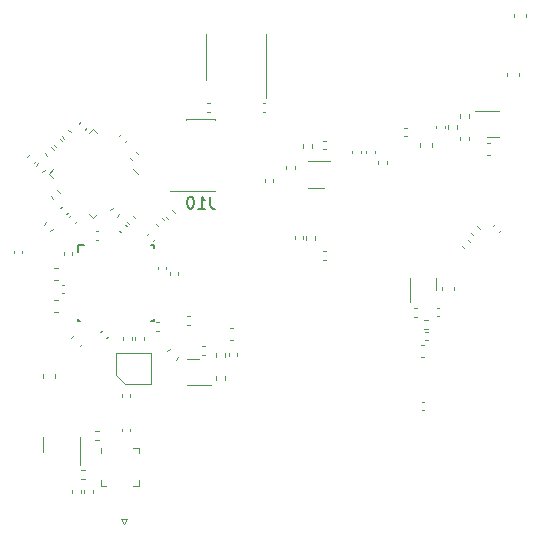
<source format=gbr>
%TF.GenerationSoftware,KiCad,Pcbnew,(6.0.4)*%
%TF.CreationDate,2023-05-19T00:46:40+09:00*%
%TF.ProjectId,RFB,5246422e-6b69-4636-9164-5f7063625858,rev?*%
%TF.SameCoordinates,Original*%
%TF.FileFunction,Legend,Bot*%
%TF.FilePolarity,Positive*%
%FSLAX46Y46*%
G04 Gerber Fmt 4.6, Leading zero omitted, Abs format (unit mm)*
G04 Created by KiCad (PCBNEW (6.0.4)) date 2023-05-19 00:46:40*
%MOMM*%
%LPD*%
G01*
G04 APERTURE LIST*
%ADD10C,0.150000*%
%ADD11C,0.120000*%
%ADD12C,0.200000*%
G04 APERTURE END LIST*
D10*
%TO.C,J10*%
X50720523Y-73895780D02*
X50720523Y-74610066D01*
X50768142Y-74752923D01*
X50863380Y-74848161D01*
X51006238Y-74895780D01*
X51101476Y-74895780D01*
X49720523Y-74895780D02*
X50291952Y-74895780D01*
X50006238Y-74895780D02*
X50006238Y-73895780D01*
X50101476Y-74038638D01*
X50196714Y-74133876D01*
X50291952Y-74181495D01*
X49101476Y-73895780D02*
X49006238Y-73895780D01*
X48911000Y-73943400D01*
X48863380Y-73991019D01*
X48815761Y-74086257D01*
X48768142Y-74276733D01*
X48768142Y-74514828D01*
X48815761Y-74705304D01*
X48863380Y-74800542D01*
X48911000Y-74848161D01*
X49006238Y-74895780D01*
X49101476Y-74895780D01*
X49196714Y-74848161D01*
X49244333Y-74800542D01*
X49291952Y-74705304D01*
X49339571Y-74514828D01*
X49339571Y-74276733D01*
X49291952Y-74086257D01*
X49244333Y-73991019D01*
X49196714Y-73943400D01*
X49101476Y-73895780D01*
D11*
X48701000Y-73443400D02*
X51121000Y-73443400D01*
X48701000Y-67323400D02*
X51121000Y-67323400D01*
X51121000Y-73443400D02*
X51121000Y-73393400D01*
X51121000Y-67373400D02*
X51121000Y-67323400D01*
X48701000Y-73443400D02*
X48701000Y-73393400D01*
X47321000Y-73393400D02*
X48701000Y-73393400D01*
X48701000Y-67373400D02*
X48701000Y-67323400D01*
%TO.C,R4*%
X35233459Y-70528140D02*
X35450740Y-70310859D01*
X35770860Y-71065541D02*
X35988141Y-70848260D01*
%TO.C,C87*%
X34082400Y-78479764D02*
X34082400Y-78695436D01*
X34802400Y-78479764D02*
X34802400Y-78695436D01*
%TO.C,R7*%
X35970059Y-71264740D02*
X36187340Y-71047459D01*
X36507460Y-71802141D02*
X36724741Y-71584860D01*
%TO.C,C141*%
X68872680Y-86459600D02*
X68591520Y-86459600D01*
X68872680Y-87479600D02*
X68591520Y-87479600D01*
%TO.C,R12*%
X73554741Y-76624140D02*
X73337460Y-76406859D01*
X73017340Y-77161541D02*
X72800059Y-76944260D01*
%TO.C,C102*%
X47287581Y-86763570D02*
X47088770Y-86962381D01*
X48008830Y-87484819D02*
X47810019Y-87683630D01*
%TO.C,IC10*%
X74152700Y-68856200D02*
X75152700Y-68856200D01*
X73152700Y-66636200D02*
X75152700Y-66636200D01*
%TO.C,C69*%
X68855536Y-91257800D02*
X68639864Y-91257800D01*
X68855536Y-91977800D02*
X68639864Y-91977800D01*
%TO.C,U2*%
X37049908Y-71932800D02*
X37409119Y-72292010D01*
X40821616Y-68161092D02*
X40462406Y-68520303D01*
X44234113Y-71573590D02*
X44593324Y-71932800D01*
X40462406Y-75345297D02*
X40821616Y-75704508D01*
X37409119Y-71573590D02*
X37049908Y-71932800D01*
X41180826Y-68520303D02*
X40821616Y-68161092D01*
X40821616Y-75704508D02*
X41180826Y-75345297D01*
%TO.C,R75*%
X67954459Y-83287600D02*
X68261741Y-83287600D01*
X67954459Y-84047600D02*
X68261741Y-84047600D01*
%TO.C,C122*%
X70343300Y-81495020D02*
X70343300Y-81776180D01*
X71363300Y-81495020D02*
X71363300Y-81776180D01*
%TO.C,R50*%
X49048641Y-84708000D02*
X48741359Y-84708000D01*
X49048641Y-83948000D02*
X48741359Y-83948000D01*
%TO.C,R47*%
X41325041Y-93701600D02*
X41017759Y-93701600D01*
X41325041Y-94461600D02*
X41017759Y-94461600D01*
%TO.C,C56*%
X60313464Y-79217800D02*
X60529136Y-79217800D01*
X60313464Y-78497800D02*
X60529136Y-78497800D01*
%TO.C,C30*%
X38147164Y-82071800D02*
X38362836Y-82071800D01*
X38147164Y-81351800D02*
X38362836Y-81351800D01*
%TO.C,C7*%
X70125536Y-84027600D02*
X69909864Y-84027600D01*
X70125536Y-83307600D02*
X69909864Y-83307600D01*
%TO.C,R68*%
X51258200Y-87426041D02*
X51258200Y-87118759D01*
X52018200Y-87426041D02*
X52018200Y-87118759D01*
%TO.C,C121*%
X74460980Y-70334600D02*
X74179820Y-70334600D01*
X74460980Y-69314600D02*
X74179820Y-69314600D01*
%TO.C,R52*%
X58573400Y-69440360D02*
X58573400Y-69747642D01*
X59333400Y-69440360D02*
X59333400Y-69747642D01*
%TO.C,C13*%
X46361236Y-84501400D02*
X46145564Y-84501400D01*
X46361236Y-85221400D02*
X46145564Y-85221400D01*
%TO.C,R23*%
X59625500Y-77516841D02*
X59625500Y-77209559D01*
X58865500Y-77516841D02*
X58865500Y-77209559D01*
%TO.C,J3*%
X43184000Y-101138400D02*
X43684000Y-101138400D01*
X43434000Y-101638400D02*
X43184000Y-101138400D01*
X43684000Y-101138400D02*
X43434000Y-101638400D01*
%TO.C,IC2*%
X67666900Y-82788000D02*
X67666900Y-80788000D01*
X69886900Y-81788000D02*
X69886900Y-80788000D01*
%TO.C,C39*%
X63489100Y-70209836D02*
X63489100Y-69994164D01*
X62769100Y-70209836D02*
X62769100Y-69994164D01*
%TO.C,C27*%
X43696601Y-76057318D02*
X43849104Y-76209821D01*
X44205718Y-75548201D02*
X44358221Y-75700704D01*
%TO.C,C48*%
X58589500Y-77255364D02*
X58589500Y-77471036D01*
X57869500Y-77255364D02*
X57869500Y-77471036D01*
%TO.C,C8*%
X39734304Y-67579579D02*
X39581801Y-67732082D01*
X40243421Y-68088696D02*
X40090918Y-68241199D01*
%TO.C,C17*%
X48010400Y-80260364D02*
X48010400Y-80476036D01*
X47290400Y-80260364D02*
X47290400Y-80476036D01*
%TO.C,C26*%
X43510707Y-76250190D02*
X43663210Y-76402693D01*
X43001590Y-76759307D02*
X43154093Y-76911810D01*
%TO.C,C42*%
X64682900Y-70209836D02*
X64682900Y-69994164D01*
X63962900Y-70209836D02*
X63962900Y-69994164D01*
%TO.C,C132*%
X69134936Y-86059600D02*
X68919264Y-86059600D01*
X69134936Y-85339600D02*
X68919264Y-85339600D01*
%TO.C,C97*%
X43226400Y-93539364D02*
X43226400Y-93755036D01*
X43946400Y-93539364D02*
X43946400Y-93755036D01*
%TO.C,C34*%
X71913100Y-69064236D02*
X71913100Y-68848564D01*
X72633100Y-69064236D02*
X72633100Y-68848564D01*
%TO.C,C3*%
X37505979Y-69511096D02*
X37658482Y-69663599D01*
X38015096Y-69001979D02*
X38167599Y-69154482D01*
%TO.C,Q2*%
X36590800Y-94894400D02*
X36590800Y-95544400D01*
X39710800Y-94894400D02*
X39710800Y-96569400D01*
X36590800Y-94894400D02*
X36590800Y-94244400D01*
X39710800Y-94894400D02*
X39710800Y-94244400D01*
%TO.C,R63*%
X65718900Y-71142642D02*
X65718900Y-70835360D01*
X64958900Y-71142642D02*
X64958900Y-70835360D01*
%TO.C,C32*%
X46299800Y-79828564D02*
X46299800Y-80044236D01*
X47019800Y-79828564D02*
X47019800Y-80044236D01*
%TO.C,IC8*%
X50758600Y-89832200D02*
X48758600Y-89832200D01*
X49758600Y-87612200D02*
X48758600Y-87612200D01*
%TO.C,C11*%
X50057164Y-87278800D02*
X50272836Y-87278800D01*
X50057164Y-86558800D02*
X50272836Y-86558800D01*
%TO.C,C116*%
X52294200Y-87143763D02*
X52294200Y-87359435D01*
X53014200Y-87143763D02*
X53014200Y-87359435D01*
D12*
%TO.C,U4*%
X39497798Y-84203799D02*
X39497798Y-84428800D01*
X39722798Y-84428800D02*
X39497798Y-84428800D01*
X40072798Y-77978800D02*
X39497798Y-77978800D01*
X45947797Y-77978800D02*
X45722797Y-77978800D01*
X39497798Y-77978800D02*
X39497798Y-78553800D01*
X45947797Y-77978800D02*
X45947797Y-78203801D01*
X45947797Y-84203799D02*
X45947797Y-84428800D01*
X45947797Y-84428800D02*
X45722797Y-84428800D01*
D11*
%TO.C,C24*%
X41042764Y-76805200D02*
X41258436Y-76805200D01*
X41042764Y-77525200D02*
X41258436Y-77525200D01*
%TO.C,R48*%
X40109841Y-97761000D02*
X39802559Y-97761000D01*
X40109841Y-97001000D02*
X39802559Y-97001000D01*
%TO.C,C76*%
X72071890Y-78054707D02*
X72224393Y-78207210D01*
X72581007Y-77545590D02*
X72733510Y-77698093D01*
%TO.C,C20*%
X38971562Y-85808589D02*
X39170373Y-85609778D01*
X39692811Y-86529838D02*
X39891622Y-86331027D01*
%TO.C,C33*%
X77472000Y-58381020D02*
X77472000Y-58662180D01*
X76452000Y-58381020D02*
X76452000Y-58662180D01*
%TO.C,C43*%
X67354336Y-68760200D02*
X67138664Y-68760200D01*
X67354336Y-68040200D02*
X67138664Y-68040200D01*
%TO.C,C38*%
X60318764Y-69879800D02*
X60534436Y-69879800D01*
X60318764Y-69159800D02*
X60534436Y-69159800D01*
%TO.C,C95*%
X56087600Y-72409164D02*
X56087600Y-72624836D01*
X55367600Y-72409164D02*
X55367600Y-72624836D01*
%TO.C,C103*%
X46125790Y-76175107D02*
X46278293Y-76327610D01*
X46634907Y-75665990D02*
X46787410Y-75818493D01*
%TO.C,R73*%
X72653100Y-66874959D02*
X72653100Y-67182241D01*
X71893100Y-66874959D02*
X71893100Y-67182241D01*
%TO.C,C96*%
X43946400Y-90598164D02*
X43946400Y-90813836D01*
X43226400Y-90598164D02*
X43226400Y-90813836D01*
%TO.C,C131*%
X70601100Y-68101636D02*
X70601100Y-67885964D01*
X69881100Y-68101636D02*
X69881100Y-67885964D01*
%TO.C,C4*%
X43188704Y-68570179D02*
X43036201Y-68722682D01*
X43697821Y-69079296D02*
X43545318Y-69231799D01*
%TO.C,R49*%
X46963235Y-75567636D02*
X47180516Y-75784917D01*
X47500636Y-75030235D02*
X47717917Y-75247516D01*
%TO.C,C84*%
X74649990Y-76326493D02*
X74802493Y-76173990D01*
X75159107Y-76835610D02*
X75311610Y-76683107D01*
%TO.C,U13*%
X60405200Y-73169000D02*
X59005200Y-73169000D01*
X59005200Y-70849000D02*
X60905200Y-70849000D01*
%TO.C,R5*%
X42486540Y-74832059D02*
X42269259Y-75049340D01*
X43023941Y-75369460D02*
X42806660Y-75586741D01*
%TO.C,C28*%
X43363400Y-86003036D02*
X43363400Y-85787364D01*
X44083400Y-86003036D02*
X44083400Y-85787364D01*
%TO.C,C29*%
X45099400Y-85997836D02*
X45099400Y-85782164D01*
X44379400Y-85997836D02*
X44379400Y-85782164D01*
%TO.C,C106*%
X76913200Y-63384820D02*
X76913200Y-63665980D01*
X75893200Y-63384820D02*
X75893200Y-63665980D01*
%TO.C,C99*%
X40796800Y-98746364D02*
X40796800Y-98962036D01*
X40076800Y-98746364D02*
X40076800Y-98962036D01*
%TO.C,R74*%
X68868859Y-85063600D02*
X69176141Y-85063600D01*
X68868859Y-84303600D02*
X69176141Y-84303600D01*
%TO.C,U6*%
X55468200Y-62088800D02*
X55468200Y-65538800D01*
X50348200Y-62088800D02*
X50348200Y-64038800D01*
X55468200Y-62088800D02*
X55468200Y-60138800D01*
X50348200Y-62088800D02*
X50348200Y-60138800D01*
%TO.C,R1*%
X36630459Y-76268540D02*
X36847740Y-76051259D01*
X37167860Y-76805941D02*
X37385141Y-76588660D01*
%TO.C,R44*%
X37772436Y-73328435D02*
X37989717Y-73545716D01*
X37235035Y-73865836D02*
X37452316Y-74083117D01*
%TO.C,C1*%
X38759790Y-75589893D02*
X38912293Y-75437390D01*
X39268907Y-76099010D02*
X39421410Y-75946507D01*
%TO.C,R2*%
X37486741Y-69893140D02*
X37269460Y-69675859D01*
X36949340Y-70430541D02*
X36732059Y-70213260D01*
%TO.C,C100*%
X50679236Y-65984800D02*
X50463564Y-65984800D01*
X50679236Y-66704800D02*
X50463564Y-66704800D01*
%TO.C,C119*%
X52386620Y-86031800D02*
X52667780Y-86031800D01*
X52386620Y-85011800D02*
X52667780Y-85011800D01*
%TO.C,C5*%
X37594000Y-88937220D02*
X37594000Y-89218380D01*
X36574000Y-88937220D02*
X36574000Y-89218380D01*
%TO.C,C91*%
X55403636Y-66704800D02*
X55187964Y-66704800D01*
X55403636Y-65984800D02*
X55187964Y-65984800D01*
%TO.C,C140*%
X69481100Y-69364820D02*
X69481100Y-69645980D01*
X68461100Y-69364820D02*
X68461100Y-69645980D01*
%TO.C,R72*%
X70877100Y-67812759D02*
X70877100Y-68120041D01*
X71637100Y-67812759D02*
X71637100Y-68120041D01*
%TO.C,C90*%
X38023190Y-74878693D02*
X38175693Y-74726190D01*
X38532307Y-75387810D02*
X38684810Y-75235307D01*
%TO.C,FL1*%
X45706400Y-89778200D02*
X45706400Y-87128200D01*
X42756400Y-88978200D02*
X43556400Y-89778200D01*
X43556400Y-89778200D02*
X45706400Y-89778200D01*
X45706400Y-87128200D02*
X42756400Y-87128200D01*
X42756400Y-87128200D02*
X42756400Y-88978200D01*
%TO.C,IC5*%
X44686200Y-95126600D02*
X44211200Y-95126600D01*
X44686200Y-95601600D02*
X44686200Y-95126600D01*
X41466200Y-95601600D02*
X41466200Y-95126600D01*
X41466200Y-98346600D02*
X41941200Y-98346600D01*
X44686200Y-97871600D02*
X44686200Y-98346600D01*
X44686200Y-98346600D02*
X44211200Y-98346600D01*
X41466200Y-97871600D02*
X41466200Y-98346600D01*
%TO.C,R51*%
X57176400Y-71578441D02*
X57176400Y-71271159D01*
X57936400Y-71578441D02*
X57936400Y-71271159D01*
%TO.C,C25*%
X37540020Y-82598800D02*
X37821180Y-82598800D01*
X37540020Y-83618800D02*
X37821180Y-83618800D01*
%TO.C,C22*%
X46050810Y-77495907D02*
X45898307Y-77648410D01*
X45541693Y-76986790D02*
X45389190Y-77139293D01*
%TO.C,C23*%
X39069600Y-78609364D02*
X39069600Y-78825036D01*
X38349600Y-78609364D02*
X38349600Y-78825036D01*
%TO.C,C19*%
X37540020Y-80951800D02*
X37821180Y-80951800D01*
X37540020Y-79931800D02*
X37821180Y-79931800D01*
%TO.C,C98*%
X39755400Y-98746364D02*
X39755400Y-98962036D01*
X39035400Y-98746364D02*
X39035400Y-98962036D01*
%TO.C,R3*%
X38712236Y-68228059D02*
X38929517Y-68445340D01*
X38174835Y-68765460D02*
X38392116Y-68982741D01*
%TO.C,C9*%
X44077704Y-70748821D02*
X43925201Y-70596318D01*
X44586821Y-70239704D02*
X44434318Y-70087201D01*
%TO.C,C21*%
X41935907Y-85878010D02*
X42088410Y-85725507D01*
X41426790Y-85368893D02*
X41579293Y-85216390D01*
%TO.C,R69*%
X51258200Y-89383841D02*
X51258200Y-89076559D01*
X52018200Y-89383841D02*
X52018200Y-89076559D01*
%TD*%
M02*

</source>
